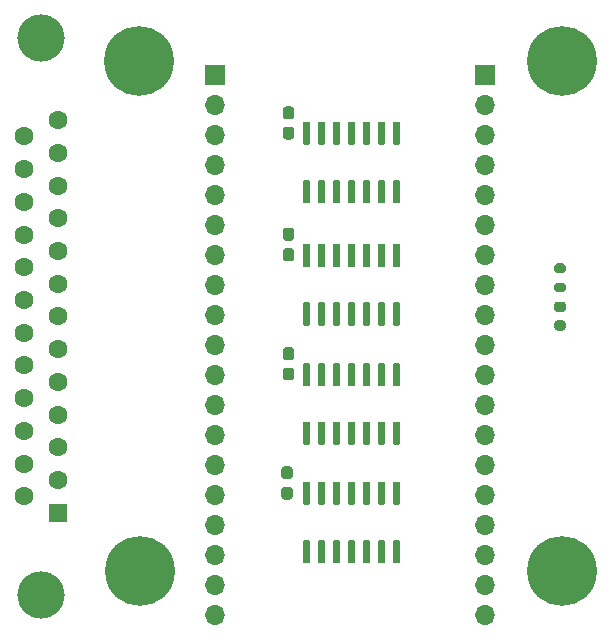
<source format=gbr>
%TF.GenerationSoftware,KiCad,Pcbnew,(5.1.10)-1*%
%TF.CreationDate,2021-12-24T17:51:45-05:00*%
%TF.ProjectId,BlueRetro Genesis ESP32 Shield,426c7565-5265-4747-926f-2047656e6573,rev?*%
%TF.SameCoordinates,Original*%
%TF.FileFunction,Soldermask,Top*%
%TF.FilePolarity,Negative*%
%FSLAX46Y46*%
G04 Gerber Fmt 4.6, Leading zero omitted, Abs format (unit mm)*
G04 Created by KiCad (PCBNEW (5.1.10)-1) date 2021-12-24 17:51:45*
%MOMM*%
%LPD*%
G01*
G04 APERTURE LIST*
%ADD10C,5.900000*%
%ADD11R,1.600000X1.600000*%
%ADD12C,1.600000*%
%ADD13C,4.000000*%
%ADD14R,1.700000X1.700000*%
%ADD15O,1.700000X1.700000*%
G04 APERTURE END LIST*
D10*
%TO.C,REF\u002A\u002A*%
X175387000Y-62357000D03*
%TD*%
%TO.C,REF\u002A\u002A*%
X139573000Y-62357000D03*
%TD*%
%TO.C,REF\u002A\u002A*%
X139700000Y-105537000D03*
%TD*%
%TO.C,REF\u002A\u002A*%
X175387000Y-105537000D03*
%TD*%
%TO.C,U6*%
G36*
G01*
X154007000Y-69438000D02*
X153587000Y-69438000D01*
G75*
G02*
X153497000Y-69348000I0J90000D01*
G01*
X153497000Y-67558000D01*
G75*
G02*
X153587000Y-67468000I90000J0D01*
G01*
X154007000Y-67468000D01*
G75*
G02*
X154097000Y-67558000I0J-90000D01*
G01*
X154097000Y-69348000D01*
G75*
G02*
X154007000Y-69438000I-90000J0D01*
G01*
G37*
G36*
G01*
X155277000Y-69438000D02*
X154857000Y-69438000D01*
G75*
G02*
X154767000Y-69348000I0J90000D01*
G01*
X154767000Y-67558000D01*
G75*
G02*
X154857000Y-67468000I90000J0D01*
G01*
X155277000Y-67468000D01*
G75*
G02*
X155367000Y-67558000I0J-90000D01*
G01*
X155367000Y-69348000D01*
G75*
G02*
X155277000Y-69438000I-90000J0D01*
G01*
G37*
G36*
G01*
X156547000Y-69438000D02*
X156127000Y-69438000D01*
G75*
G02*
X156037000Y-69348000I0J90000D01*
G01*
X156037000Y-67558000D01*
G75*
G02*
X156127000Y-67468000I90000J0D01*
G01*
X156547000Y-67468000D01*
G75*
G02*
X156637000Y-67558000I0J-90000D01*
G01*
X156637000Y-69348000D01*
G75*
G02*
X156547000Y-69438000I-90000J0D01*
G01*
G37*
G36*
G01*
X157817000Y-69438000D02*
X157397000Y-69438000D01*
G75*
G02*
X157307000Y-69348000I0J90000D01*
G01*
X157307000Y-67558000D01*
G75*
G02*
X157397000Y-67468000I90000J0D01*
G01*
X157817000Y-67468000D01*
G75*
G02*
X157907000Y-67558000I0J-90000D01*
G01*
X157907000Y-69348000D01*
G75*
G02*
X157817000Y-69438000I-90000J0D01*
G01*
G37*
G36*
G01*
X159087000Y-69438000D02*
X158667000Y-69438000D01*
G75*
G02*
X158577000Y-69348000I0J90000D01*
G01*
X158577000Y-67558000D01*
G75*
G02*
X158667000Y-67468000I90000J0D01*
G01*
X159087000Y-67468000D01*
G75*
G02*
X159177000Y-67558000I0J-90000D01*
G01*
X159177000Y-69348000D01*
G75*
G02*
X159087000Y-69438000I-90000J0D01*
G01*
G37*
G36*
G01*
X160357000Y-69438000D02*
X159937000Y-69438000D01*
G75*
G02*
X159847000Y-69348000I0J90000D01*
G01*
X159847000Y-67558000D01*
G75*
G02*
X159937000Y-67468000I90000J0D01*
G01*
X160357000Y-67468000D01*
G75*
G02*
X160447000Y-67558000I0J-90000D01*
G01*
X160447000Y-69348000D01*
G75*
G02*
X160357000Y-69438000I-90000J0D01*
G01*
G37*
G36*
G01*
X161627000Y-69438000D02*
X161207000Y-69438000D01*
G75*
G02*
X161117000Y-69348000I0J90000D01*
G01*
X161117000Y-67558000D01*
G75*
G02*
X161207000Y-67468000I90000J0D01*
G01*
X161627000Y-67468000D01*
G75*
G02*
X161717000Y-67558000I0J-90000D01*
G01*
X161717000Y-69348000D01*
G75*
G02*
X161627000Y-69438000I-90000J0D01*
G01*
G37*
G36*
G01*
X161627000Y-74388000D02*
X161207000Y-74388000D01*
G75*
G02*
X161117000Y-74298000I0J90000D01*
G01*
X161117000Y-72508000D01*
G75*
G02*
X161207000Y-72418000I90000J0D01*
G01*
X161627000Y-72418000D01*
G75*
G02*
X161717000Y-72508000I0J-90000D01*
G01*
X161717000Y-74298000D01*
G75*
G02*
X161627000Y-74388000I-90000J0D01*
G01*
G37*
G36*
G01*
X160357000Y-74388000D02*
X159937000Y-74388000D01*
G75*
G02*
X159847000Y-74298000I0J90000D01*
G01*
X159847000Y-72508000D01*
G75*
G02*
X159937000Y-72418000I90000J0D01*
G01*
X160357000Y-72418000D01*
G75*
G02*
X160447000Y-72508000I0J-90000D01*
G01*
X160447000Y-74298000D01*
G75*
G02*
X160357000Y-74388000I-90000J0D01*
G01*
G37*
G36*
G01*
X159087000Y-74388000D02*
X158667000Y-74388000D01*
G75*
G02*
X158577000Y-74298000I0J90000D01*
G01*
X158577000Y-72508000D01*
G75*
G02*
X158667000Y-72418000I90000J0D01*
G01*
X159087000Y-72418000D01*
G75*
G02*
X159177000Y-72508000I0J-90000D01*
G01*
X159177000Y-74298000D01*
G75*
G02*
X159087000Y-74388000I-90000J0D01*
G01*
G37*
G36*
G01*
X157817000Y-74388000D02*
X157397000Y-74388000D01*
G75*
G02*
X157307000Y-74298000I0J90000D01*
G01*
X157307000Y-72508000D01*
G75*
G02*
X157397000Y-72418000I90000J0D01*
G01*
X157817000Y-72418000D01*
G75*
G02*
X157907000Y-72508000I0J-90000D01*
G01*
X157907000Y-74298000D01*
G75*
G02*
X157817000Y-74388000I-90000J0D01*
G01*
G37*
G36*
G01*
X156547000Y-74388000D02*
X156127000Y-74388000D01*
G75*
G02*
X156037000Y-74298000I0J90000D01*
G01*
X156037000Y-72508000D01*
G75*
G02*
X156127000Y-72418000I90000J0D01*
G01*
X156547000Y-72418000D01*
G75*
G02*
X156637000Y-72508000I0J-90000D01*
G01*
X156637000Y-74298000D01*
G75*
G02*
X156547000Y-74388000I-90000J0D01*
G01*
G37*
G36*
G01*
X155277000Y-74388000D02*
X154857000Y-74388000D01*
G75*
G02*
X154767000Y-74298000I0J90000D01*
G01*
X154767000Y-72508000D01*
G75*
G02*
X154857000Y-72418000I90000J0D01*
G01*
X155277000Y-72418000D01*
G75*
G02*
X155367000Y-72508000I0J-90000D01*
G01*
X155367000Y-74298000D01*
G75*
G02*
X155277000Y-74388000I-90000J0D01*
G01*
G37*
G36*
G01*
X154007000Y-74388000D02*
X153587000Y-74388000D01*
G75*
G02*
X153497000Y-74298000I0J90000D01*
G01*
X153497000Y-72508000D01*
G75*
G02*
X153587000Y-72418000I90000J0D01*
G01*
X154007000Y-72418000D01*
G75*
G02*
X154097000Y-72508000I0J-90000D01*
G01*
X154097000Y-74298000D01*
G75*
G02*
X154007000Y-74388000I-90000J0D01*
G01*
G37*
%TD*%
%TO.C,U1*%
G36*
G01*
X154007000Y-84740000D02*
X153587000Y-84740000D01*
G75*
G02*
X153497000Y-84650000I0J90000D01*
G01*
X153497000Y-82860000D01*
G75*
G02*
X153587000Y-82770000I90000J0D01*
G01*
X154007000Y-82770000D01*
G75*
G02*
X154097000Y-82860000I0J-90000D01*
G01*
X154097000Y-84650000D01*
G75*
G02*
X154007000Y-84740000I-90000J0D01*
G01*
G37*
G36*
G01*
X155277000Y-84740000D02*
X154857000Y-84740000D01*
G75*
G02*
X154767000Y-84650000I0J90000D01*
G01*
X154767000Y-82860000D01*
G75*
G02*
X154857000Y-82770000I90000J0D01*
G01*
X155277000Y-82770000D01*
G75*
G02*
X155367000Y-82860000I0J-90000D01*
G01*
X155367000Y-84650000D01*
G75*
G02*
X155277000Y-84740000I-90000J0D01*
G01*
G37*
G36*
G01*
X156547000Y-84740000D02*
X156127000Y-84740000D01*
G75*
G02*
X156037000Y-84650000I0J90000D01*
G01*
X156037000Y-82860000D01*
G75*
G02*
X156127000Y-82770000I90000J0D01*
G01*
X156547000Y-82770000D01*
G75*
G02*
X156637000Y-82860000I0J-90000D01*
G01*
X156637000Y-84650000D01*
G75*
G02*
X156547000Y-84740000I-90000J0D01*
G01*
G37*
G36*
G01*
X157817000Y-84740000D02*
X157397000Y-84740000D01*
G75*
G02*
X157307000Y-84650000I0J90000D01*
G01*
X157307000Y-82860000D01*
G75*
G02*
X157397000Y-82770000I90000J0D01*
G01*
X157817000Y-82770000D01*
G75*
G02*
X157907000Y-82860000I0J-90000D01*
G01*
X157907000Y-84650000D01*
G75*
G02*
X157817000Y-84740000I-90000J0D01*
G01*
G37*
G36*
G01*
X159087000Y-84740000D02*
X158667000Y-84740000D01*
G75*
G02*
X158577000Y-84650000I0J90000D01*
G01*
X158577000Y-82860000D01*
G75*
G02*
X158667000Y-82770000I90000J0D01*
G01*
X159087000Y-82770000D01*
G75*
G02*
X159177000Y-82860000I0J-90000D01*
G01*
X159177000Y-84650000D01*
G75*
G02*
X159087000Y-84740000I-90000J0D01*
G01*
G37*
G36*
G01*
X160357000Y-84740000D02*
X159937000Y-84740000D01*
G75*
G02*
X159847000Y-84650000I0J90000D01*
G01*
X159847000Y-82860000D01*
G75*
G02*
X159937000Y-82770000I90000J0D01*
G01*
X160357000Y-82770000D01*
G75*
G02*
X160447000Y-82860000I0J-90000D01*
G01*
X160447000Y-84650000D01*
G75*
G02*
X160357000Y-84740000I-90000J0D01*
G01*
G37*
G36*
G01*
X161627000Y-84740000D02*
X161207000Y-84740000D01*
G75*
G02*
X161117000Y-84650000I0J90000D01*
G01*
X161117000Y-82860000D01*
G75*
G02*
X161207000Y-82770000I90000J0D01*
G01*
X161627000Y-82770000D01*
G75*
G02*
X161717000Y-82860000I0J-90000D01*
G01*
X161717000Y-84650000D01*
G75*
G02*
X161627000Y-84740000I-90000J0D01*
G01*
G37*
G36*
G01*
X161627000Y-79790000D02*
X161207000Y-79790000D01*
G75*
G02*
X161117000Y-79700000I0J90000D01*
G01*
X161117000Y-77910000D01*
G75*
G02*
X161207000Y-77820000I90000J0D01*
G01*
X161627000Y-77820000D01*
G75*
G02*
X161717000Y-77910000I0J-90000D01*
G01*
X161717000Y-79700000D01*
G75*
G02*
X161627000Y-79790000I-90000J0D01*
G01*
G37*
G36*
G01*
X160357000Y-79790000D02*
X159937000Y-79790000D01*
G75*
G02*
X159847000Y-79700000I0J90000D01*
G01*
X159847000Y-77910000D01*
G75*
G02*
X159937000Y-77820000I90000J0D01*
G01*
X160357000Y-77820000D01*
G75*
G02*
X160447000Y-77910000I0J-90000D01*
G01*
X160447000Y-79700000D01*
G75*
G02*
X160357000Y-79790000I-90000J0D01*
G01*
G37*
G36*
G01*
X159087000Y-79790000D02*
X158667000Y-79790000D01*
G75*
G02*
X158577000Y-79700000I0J90000D01*
G01*
X158577000Y-77910000D01*
G75*
G02*
X158667000Y-77820000I90000J0D01*
G01*
X159087000Y-77820000D01*
G75*
G02*
X159177000Y-77910000I0J-90000D01*
G01*
X159177000Y-79700000D01*
G75*
G02*
X159087000Y-79790000I-90000J0D01*
G01*
G37*
G36*
G01*
X157817000Y-79790000D02*
X157397000Y-79790000D01*
G75*
G02*
X157307000Y-79700000I0J90000D01*
G01*
X157307000Y-77910000D01*
G75*
G02*
X157397000Y-77820000I90000J0D01*
G01*
X157817000Y-77820000D01*
G75*
G02*
X157907000Y-77910000I0J-90000D01*
G01*
X157907000Y-79700000D01*
G75*
G02*
X157817000Y-79790000I-90000J0D01*
G01*
G37*
G36*
G01*
X156547000Y-79790000D02*
X156127000Y-79790000D01*
G75*
G02*
X156037000Y-79700000I0J90000D01*
G01*
X156037000Y-77910000D01*
G75*
G02*
X156127000Y-77820000I90000J0D01*
G01*
X156547000Y-77820000D01*
G75*
G02*
X156637000Y-77910000I0J-90000D01*
G01*
X156637000Y-79700000D01*
G75*
G02*
X156547000Y-79790000I-90000J0D01*
G01*
G37*
G36*
G01*
X155277000Y-79790000D02*
X154857000Y-79790000D01*
G75*
G02*
X154767000Y-79700000I0J90000D01*
G01*
X154767000Y-77910000D01*
G75*
G02*
X154857000Y-77820000I90000J0D01*
G01*
X155277000Y-77820000D01*
G75*
G02*
X155367000Y-77910000I0J-90000D01*
G01*
X155367000Y-79700000D01*
G75*
G02*
X155277000Y-79790000I-90000J0D01*
G01*
G37*
G36*
G01*
X154007000Y-79790000D02*
X153587000Y-79790000D01*
G75*
G02*
X153497000Y-79700000I0J90000D01*
G01*
X153497000Y-77910000D01*
G75*
G02*
X153587000Y-77820000I90000J0D01*
G01*
X154007000Y-77820000D01*
G75*
G02*
X154097000Y-77910000I0J-90000D01*
G01*
X154097000Y-79700000D01*
G75*
G02*
X154007000Y-79790000I-90000J0D01*
G01*
G37*
%TD*%
%TO.C,U3*%
G36*
G01*
X154007000Y-89885000D02*
X153587000Y-89885000D01*
G75*
G02*
X153497000Y-89795000I0J90000D01*
G01*
X153497000Y-88005000D01*
G75*
G02*
X153587000Y-87915000I90000J0D01*
G01*
X154007000Y-87915000D01*
G75*
G02*
X154097000Y-88005000I0J-90000D01*
G01*
X154097000Y-89795000D01*
G75*
G02*
X154007000Y-89885000I-90000J0D01*
G01*
G37*
G36*
G01*
X155277000Y-89885000D02*
X154857000Y-89885000D01*
G75*
G02*
X154767000Y-89795000I0J90000D01*
G01*
X154767000Y-88005000D01*
G75*
G02*
X154857000Y-87915000I90000J0D01*
G01*
X155277000Y-87915000D01*
G75*
G02*
X155367000Y-88005000I0J-90000D01*
G01*
X155367000Y-89795000D01*
G75*
G02*
X155277000Y-89885000I-90000J0D01*
G01*
G37*
G36*
G01*
X156547000Y-89885000D02*
X156127000Y-89885000D01*
G75*
G02*
X156037000Y-89795000I0J90000D01*
G01*
X156037000Y-88005000D01*
G75*
G02*
X156127000Y-87915000I90000J0D01*
G01*
X156547000Y-87915000D01*
G75*
G02*
X156637000Y-88005000I0J-90000D01*
G01*
X156637000Y-89795000D01*
G75*
G02*
X156547000Y-89885000I-90000J0D01*
G01*
G37*
G36*
G01*
X157817000Y-89885000D02*
X157397000Y-89885000D01*
G75*
G02*
X157307000Y-89795000I0J90000D01*
G01*
X157307000Y-88005000D01*
G75*
G02*
X157397000Y-87915000I90000J0D01*
G01*
X157817000Y-87915000D01*
G75*
G02*
X157907000Y-88005000I0J-90000D01*
G01*
X157907000Y-89795000D01*
G75*
G02*
X157817000Y-89885000I-90000J0D01*
G01*
G37*
G36*
G01*
X159087000Y-89885000D02*
X158667000Y-89885000D01*
G75*
G02*
X158577000Y-89795000I0J90000D01*
G01*
X158577000Y-88005000D01*
G75*
G02*
X158667000Y-87915000I90000J0D01*
G01*
X159087000Y-87915000D01*
G75*
G02*
X159177000Y-88005000I0J-90000D01*
G01*
X159177000Y-89795000D01*
G75*
G02*
X159087000Y-89885000I-90000J0D01*
G01*
G37*
G36*
G01*
X160357000Y-89885000D02*
X159937000Y-89885000D01*
G75*
G02*
X159847000Y-89795000I0J90000D01*
G01*
X159847000Y-88005000D01*
G75*
G02*
X159937000Y-87915000I90000J0D01*
G01*
X160357000Y-87915000D01*
G75*
G02*
X160447000Y-88005000I0J-90000D01*
G01*
X160447000Y-89795000D01*
G75*
G02*
X160357000Y-89885000I-90000J0D01*
G01*
G37*
G36*
G01*
X161627000Y-89885000D02*
X161207000Y-89885000D01*
G75*
G02*
X161117000Y-89795000I0J90000D01*
G01*
X161117000Y-88005000D01*
G75*
G02*
X161207000Y-87915000I90000J0D01*
G01*
X161627000Y-87915000D01*
G75*
G02*
X161717000Y-88005000I0J-90000D01*
G01*
X161717000Y-89795000D01*
G75*
G02*
X161627000Y-89885000I-90000J0D01*
G01*
G37*
G36*
G01*
X161627000Y-94835000D02*
X161207000Y-94835000D01*
G75*
G02*
X161117000Y-94745000I0J90000D01*
G01*
X161117000Y-92955000D01*
G75*
G02*
X161207000Y-92865000I90000J0D01*
G01*
X161627000Y-92865000D01*
G75*
G02*
X161717000Y-92955000I0J-90000D01*
G01*
X161717000Y-94745000D01*
G75*
G02*
X161627000Y-94835000I-90000J0D01*
G01*
G37*
G36*
G01*
X160357000Y-94835000D02*
X159937000Y-94835000D01*
G75*
G02*
X159847000Y-94745000I0J90000D01*
G01*
X159847000Y-92955000D01*
G75*
G02*
X159937000Y-92865000I90000J0D01*
G01*
X160357000Y-92865000D01*
G75*
G02*
X160447000Y-92955000I0J-90000D01*
G01*
X160447000Y-94745000D01*
G75*
G02*
X160357000Y-94835000I-90000J0D01*
G01*
G37*
G36*
G01*
X159087000Y-94835000D02*
X158667000Y-94835000D01*
G75*
G02*
X158577000Y-94745000I0J90000D01*
G01*
X158577000Y-92955000D01*
G75*
G02*
X158667000Y-92865000I90000J0D01*
G01*
X159087000Y-92865000D01*
G75*
G02*
X159177000Y-92955000I0J-90000D01*
G01*
X159177000Y-94745000D01*
G75*
G02*
X159087000Y-94835000I-90000J0D01*
G01*
G37*
G36*
G01*
X157817000Y-94835000D02*
X157397000Y-94835000D01*
G75*
G02*
X157307000Y-94745000I0J90000D01*
G01*
X157307000Y-92955000D01*
G75*
G02*
X157397000Y-92865000I90000J0D01*
G01*
X157817000Y-92865000D01*
G75*
G02*
X157907000Y-92955000I0J-90000D01*
G01*
X157907000Y-94745000D01*
G75*
G02*
X157817000Y-94835000I-90000J0D01*
G01*
G37*
G36*
G01*
X156547000Y-94835000D02*
X156127000Y-94835000D01*
G75*
G02*
X156037000Y-94745000I0J90000D01*
G01*
X156037000Y-92955000D01*
G75*
G02*
X156127000Y-92865000I90000J0D01*
G01*
X156547000Y-92865000D01*
G75*
G02*
X156637000Y-92955000I0J-90000D01*
G01*
X156637000Y-94745000D01*
G75*
G02*
X156547000Y-94835000I-90000J0D01*
G01*
G37*
G36*
G01*
X155277000Y-94835000D02*
X154857000Y-94835000D01*
G75*
G02*
X154767000Y-94745000I0J90000D01*
G01*
X154767000Y-92955000D01*
G75*
G02*
X154857000Y-92865000I90000J0D01*
G01*
X155277000Y-92865000D01*
G75*
G02*
X155367000Y-92955000I0J-90000D01*
G01*
X155367000Y-94745000D01*
G75*
G02*
X155277000Y-94835000I-90000J0D01*
G01*
G37*
G36*
G01*
X154007000Y-94835000D02*
X153587000Y-94835000D01*
G75*
G02*
X153497000Y-94745000I0J90000D01*
G01*
X153497000Y-92955000D01*
G75*
G02*
X153587000Y-92865000I90000J0D01*
G01*
X154007000Y-92865000D01*
G75*
G02*
X154097000Y-92955000I0J-90000D01*
G01*
X154097000Y-94745000D01*
G75*
G02*
X154007000Y-94835000I-90000J0D01*
G01*
G37*
%TD*%
%TO.C,U5*%
G36*
G01*
X154007000Y-104868000D02*
X153587000Y-104868000D01*
G75*
G02*
X153497000Y-104778000I0J90000D01*
G01*
X153497000Y-102988000D01*
G75*
G02*
X153587000Y-102898000I90000J0D01*
G01*
X154007000Y-102898000D01*
G75*
G02*
X154097000Y-102988000I0J-90000D01*
G01*
X154097000Y-104778000D01*
G75*
G02*
X154007000Y-104868000I-90000J0D01*
G01*
G37*
G36*
G01*
X155277000Y-104868000D02*
X154857000Y-104868000D01*
G75*
G02*
X154767000Y-104778000I0J90000D01*
G01*
X154767000Y-102988000D01*
G75*
G02*
X154857000Y-102898000I90000J0D01*
G01*
X155277000Y-102898000D01*
G75*
G02*
X155367000Y-102988000I0J-90000D01*
G01*
X155367000Y-104778000D01*
G75*
G02*
X155277000Y-104868000I-90000J0D01*
G01*
G37*
G36*
G01*
X156547000Y-104868000D02*
X156127000Y-104868000D01*
G75*
G02*
X156037000Y-104778000I0J90000D01*
G01*
X156037000Y-102988000D01*
G75*
G02*
X156127000Y-102898000I90000J0D01*
G01*
X156547000Y-102898000D01*
G75*
G02*
X156637000Y-102988000I0J-90000D01*
G01*
X156637000Y-104778000D01*
G75*
G02*
X156547000Y-104868000I-90000J0D01*
G01*
G37*
G36*
G01*
X157817000Y-104868000D02*
X157397000Y-104868000D01*
G75*
G02*
X157307000Y-104778000I0J90000D01*
G01*
X157307000Y-102988000D01*
G75*
G02*
X157397000Y-102898000I90000J0D01*
G01*
X157817000Y-102898000D01*
G75*
G02*
X157907000Y-102988000I0J-90000D01*
G01*
X157907000Y-104778000D01*
G75*
G02*
X157817000Y-104868000I-90000J0D01*
G01*
G37*
G36*
G01*
X159087000Y-104868000D02*
X158667000Y-104868000D01*
G75*
G02*
X158577000Y-104778000I0J90000D01*
G01*
X158577000Y-102988000D01*
G75*
G02*
X158667000Y-102898000I90000J0D01*
G01*
X159087000Y-102898000D01*
G75*
G02*
X159177000Y-102988000I0J-90000D01*
G01*
X159177000Y-104778000D01*
G75*
G02*
X159087000Y-104868000I-90000J0D01*
G01*
G37*
G36*
G01*
X160357000Y-104868000D02*
X159937000Y-104868000D01*
G75*
G02*
X159847000Y-104778000I0J90000D01*
G01*
X159847000Y-102988000D01*
G75*
G02*
X159937000Y-102898000I90000J0D01*
G01*
X160357000Y-102898000D01*
G75*
G02*
X160447000Y-102988000I0J-90000D01*
G01*
X160447000Y-104778000D01*
G75*
G02*
X160357000Y-104868000I-90000J0D01*
G01*
G37*
G36*
G01*
X161627000Y-104868000D02*
X161207000Y-104868000D01*
G75*
G02*
X161117000Y-104778000I0J90000D01*
G01*
X161117000Y-102988000D01*
G75*
G02*
X161207000Y-102898000I90000J0D01*
G01*
X161627000Y-102898000D01*
G75*
G02*
X161717000Y-102988000I0J-90000D01*
G01*
X161717000Y-104778000D01*
G75*
G02*
X161627000Y-104868000I-90000J0D01*
G01*
G37*
G36*
G01*
X161627000Y-99918000D02*
X161207000Y-99918000D01*
G75*
G02*
X161117000Y-99828000I0J90000D01*
G01*
X161117000Y-98038000D01*
G75*
G02*
X161207000Y-97948000I90000J0D01*
G01*
X161627000Y-97948000D01*
G75*
G02*
X161717000Y-98038000I0J-90000D01*
G01*
X161717000Y-99828000D01*
G75*
G02*
X161627000Y-99918000I-90000J0D01*
G01*
G37*
G36*
G01*
X160357000Y-99918000D02*
X159937000Y-99918000D01*
G75*
G02*
X159847000Y-99828000I0J90000D01*
G01*
X159847000Y-98038000D01*
G75*
G02*
X159937000Y-97948000I90000J0D01*
G01*
X160357000Y-97948000D01*
G75*
G02*
X160447000Y-98038000I0J-90000D01*
G01*
X160447000Y-99828000D01*
G75*
G02*
X160357000Y-99918000I-90000J0D01*
G01*
G37*
G36*
G01*
X159087000Y-99918000D02*
X158667000Y-99918000D01*
G75*
G02*
X158577000Y-99828000I0J90000D01*
G01*
X158577000Y-98038000D01*
G75*
G02*
X158667000Y-97948000I90000J0D01*
G01*
X159087000Y-97948000D01*
G75*
G02*
X159177000Y-98038000I0J-90000D01*
G01*
X159177000Y-99828000D01*
G75*
G02*
X159087000Y-99918000I-90000J0D01*
G01*
G37*
G36*
G01*
X157817000Y-99918000D02*
X157397000Y-99918000D01*
G75*
G02*
X157307000Y-99828000I0J90000D01*
G01*
X157307000Y-98038000D01*
G75*
G02*
X157397000Y-97948000I90000J0D01*
G01*
X157817000Y-97948000D01*
G75*
G02*
X157907000Y-98038000I0J-90000D01*
G01*
X157907000Y-99828000D01*
G75*
G02*
X157817000Y-99918000I-90000J0D01*
G01*
G37*
G36*
G01*
X156547000Y-99918000D02*
X156127000Y-99918000D01*
G75*
G02*
X156037000Y-99828000I0J90000D01*
G01*
X156037000Y-98038000D01*
G75*
G02*
X156127000Y-97948000I90000J0D01*
G01*
X156547000Y-97948000D01*
G75*
G02*
X156637000Y-98038000I0J-90000D01*
G01*
X156637000Y-99828000D01*
G75*
G02*
X156547000Y-99918000I-90000J0D01*
G01*
G37*
G36*
G01*
X155277000Y-99918000D02*
X154857000Y-99918000D01*
G75*
G02*
X154767000Y-99828000I0J90000D01*
G01*
X154767000Y-98038000D01*
G75*
G02*
X154857000Y-97948000I90000J0D01*
G01*
X155277000Y-97948000D01*
G75*
G02*
X155367000Y-98038000I0J-90000D01*
G01*
X155367000Y-99828000D01*
G75*
G02*
X155277000Y-99918000I-90000J0D01*
G01*
G37*
G36*
G01*
X154007000Y-99918000D02*
X153587000Y-99918000D01*
G75*
G02*
X153497000Y-99828000I0J90000D01*
G01*
X153497000Y-98038000D01*
G75*
G02*
X153587000Y-97948000I90000J0D01*
G01*
X154007000Y-97948000D01*
G75*
G02*
X154097000Y-98038000I0J-90000D01*
G01*
X154097000Y-99828000D01*
G75*
G02*
X154007000Y-99918000I-90000J0D01*
G01*
G37*
%TD*%
D11*
%TO.C,J3*%
X132715000Y-100584000D03*
D12*
X132715000Y-97814000D03*
X132715000Y-95044000D03*
X132715000Y-92274000D03*
X132715000Y-89504000D03*
X132715000Y-86734000D03*
X132715000Y-83964000D03*
X132715000Y-81194000D03*
X132715000Y-78424000D03*
X132715000Y-75654000D03*
X132715000Y-72884000D03*
X132715000Y-70114000D03*
X132715000Y-67344000D03*
X129875000Y-99199000D03*
X129875000Y-96429000D03*
X129875000Y-93659000D03*
X129875000Y-90889000D03*
X129875000Y-88119000D03*
X129875000Y-85349000D03*
X129875000Y-82579000D03*
X129875000Y-79809000D03*
X129875000Y-77039000D03*
X129875000Y-74269000D03*
X129875000Y-71499000D03*
X129875000Y-68729000D03*
D13*
X131295000Y-60414000D03*
X131295000Y-107514000D03*
%TD*%
%TO.C,C1*%
G36*
G01*
X152035500Y-76477500D02*
X152510500Y-76477500D01*
G75*
G02*
X152748000Y-76715000I0J-237500D01*
G01*
X152748000Y-77315000D01*
G75*
G02*
X152510500Y-77552500I-237500J0D01*
G01*
X152035500Y-77552500D01*
G75*
G02*
X151798000Y-77315000I0J237500D01*
G01*
X151798000Y-76715000D01*
G75*
G02*
X152035500Y-76477500I237500J0D01*
G01*
G37*
G36*
G01*
X152035500Y-78202500D02*
X152510500Y-78202500D01*
G75*
G02*
X152748000Y-78440000I0J-237500D01*
G01*
X152748000Y-79040000D01*
G75*
G02*
X152510500Y-79277500I-237500J0D01*
G01*
X152035500Y-79277500D01*
G75*
G02*
X151798000Y-79040000I0J237500D01*
G01*
X151798000Y-78440000D01*
G75*
G02*
X152035500Y-78202500I237500J0D01*
G01*
G37*
%TD*%
%TO.C,C3*%
G36*
G01*
X152035500Y-88309500D02*
X152510500Y-88309500D01*
G75*
G02*
X152748000Y-88547000I0J-237500D01*
G01*
X152748000Y-89147000D01*
G75*
G02*
X152510500Y-89384500I-237500J0D01*
G01*
X152035500Y-89384500D01*
G75*
G02*
X151798000Y-89147000I0J237500D01*
G01*
X151798000Y-88547000D01*
G75*
G02*
X152035500Y-88309500I237500J0D01*
G01*
G37*
G36*
G01*
X152035500Y-86584500D02*
X152510500Y-86584500D01*
G75*
G02*
X152748000Y-86822000I0J-237500D01*
G01*
X152748000Y-87422000D01*
G75*
G02*
X152510500Y-87659500I-237500J0D01*
G01*
X152035500Y-87659500D01*
G75*
G02*
X151798000Y-87422000I0J237500D01*
G01*
X151798000Y-86822000D01*
G75*
G02*
X152035500Y-86584500I237500J0D01*
G01*
G37*
%TD*%
%TO.C,C5*%
G36*
G01*
X151908500Y-98395500D02*
X152383500Y-98395500D01*
G75*
G02*
X152621000Y-98633000I0J-237500D01*
G01*
X152621000Y-99233000D01*
G75*
G02*
X152383500Y-99470500I-237500J0D01*
G01*
X151908500Y-99470500D01*
G75*
G02*
X151671000Y-99233000I0J237500D01*
G01*
X151671000Y-98633000D01*
G75*
G02*
X151908500Y-98395500I237500J0D01*
G01*
G37*
G36*
G01*
X151908500Y-96670500D02*
X152383500Y-96670500D01*
G75*
G02*
X152621000Y-96908000I0J-237500D01*
G01*
X152621000Y-97508000D01*
G75*
G02*
X152383500Y-97745500I-237500J0D01*
G01*
X151908500Y-97745500D01*
G75*
G02*
X151671000Y-97508000I0J237500D01*
G01*
X151671000Y-96908000D01*
G75*
G02*
X151908500Y-96670500I237500J0D01*
G01*
G37*
%TD*%
%TO.C,C6*%
G36*
G01*
X152035500Y-66190500D02*
X152510500Y-66190500D01*
G75*
G02*
X152748000Y-66428000I0J-237500D01*
G01*
X152748000Y-67028000D01*
G75*
G02*
X152510500Y-67265500I-237500J0D01*
G01*
X152035500Y-67265500D01*
G75*
G02*
X151798000Y-67028000I0J237500D01*
G01*
X151798000Y-66428000D01*
G75*
G02*
X152035500Y-66190500I237500J0D01*
G01*
G37*
G36*
G01*
X152035500Y-67915500D02*
X152510500Y-67915500D01*
G75*
G02*
X152748000Y-68153000I0J-237500D01*
G01*
X152748000Y-68753000D01*
G75*
G02*
X152510500Y-68990500I-237500J0D01*
G01*
X152035500Y-68990500D01*
G75*
G02*
X151798000Y-68753000I0J237500D01*
G01*
X151798000Y-68153000D01*
G75*
G02*
X152035500Y-67915500I237500J0D01*
G01*
G37*
%TD*%
D14*
%TO.C,J1*%
X146050000Y-63500000D03*
D15*
X146050000Y-66040000D03*
X146050000Y-68580000D03*
X146050000Y-71120000D03*
X146050000Y-73660000D03*
X146050000Y-76200000D03*
X146050000Y-78740000D03*
X146050000Y-81280000D03*
X146050000Y-83820000D03*
X146050000Y-86360000D03*
X146050000Y-88900000D03*
X146050000Y-91440000D03*
X146050000Y-93980000D03*
X146050000Y-96520000D03*
X146050000Y-99060000D03*
X146050000Y-101600000D03*
X146050000Y-104140000D03*
X146050000Y-106680000D03*
X146050000Y-109220000D03*
%TD*%
%TO.C,J2*%
X168910000Y-109220000D03*
X168910000Y-106680000D03*
X168910000Y-104140000D03*
X168910000Y-101600000D03*
X168910000Y-99060000D03*
X168910000Y-96520000D03*
X168910000Y-93980000D03*
X168910000Y-91440000D03*
X168910000Y-88900000D03*
X168910000Y-86360000D03*
X168910000Y-83820000D03*
X168910000Y-81280000D03*
X168910000Y-78740000D03*
X168910000Y-76200000D03*
X168910000Y-73660000D03*
X168910000Y-71120000D03*
X168910000Y-68580000D03*
X168910000Y-66040000D03*
D14*
X168910000Y-63500000D03*
%TD*%
%TO.C,D1*%
G36*
G01*
X175516250Y-85172000D02*
X175003750Y-85172000D01*
G75*
G02*
X174785000Y-84953250I0J218750D01*
G01*
X174785000Y-84515750D01*
G75*
G02*
X175003750Y-84297000I218750J0D01*
G01*
X175516250Y-84297000D01*
G75*
G02*
X175735000Y-84515750I0J-218750D01*
G01*
X175735000Y-84953250D01*
G75*
G02*
X175516250Y-85172000I-218750J0D01*
G01*
G37*
G36*
G01*
X175516250Y-83597000D02*
X175003750Y-83597000D01*
G75*
G02*
X174785000Y-83378250I0J218750D01*
G01*
X174785000Y-82940750D01*
G75*
G02*
X175003750Y-82722000I218750J0D01*
G01*
X175516250Y-82722000D01*
G75*
G02*
X175735000Y-82940750I0J-218750D01*
G01*
X175735000Y-83378250D01*
G75*
G02*
X175516250Y-83597000I-218750J0D01*
G01*
G37*
%TD*%
%TO.C,R1*%
G36*
G01*
X174985000Y-79484000D02*
X175535000Y-79484000D01*
G75*
G02*
X175735000Y-79684000I0J-200000D01*
G01*
X175735000Y-80084000D01*
G75*
G02*
X175535000Y-80284000I-200000J0D01*
G01*
X174985000Y-80284000D01*
G75*
G02*
X174785000Y-80084000I0J200000D01*
G01*
X174785000Y-79684000D01*
G75*
G02*
X174985000Y-79484000I200000J0D01*
G01*
G37*
G36*
G01*
X174985000Y-81134000D02*
X175535000Y-81134000D01*
G75*
G02*
X175735000Y-81334000I0J-200000D01*
G01*
X175735000Y-81734000D01*
G75*
G02*
X175535000Y-81934000I-200000J0D01*
G01*
X174985000Y-81934000D01*
G75*
G02*
X174785000Y-81734000I0J200000D01*
G01*
X174785000Y-81334000D01*
G75*
G02*
X174985000Y-81134000I200000J0D01*
G01*
G37*
%TD*%
M02*

</source>
